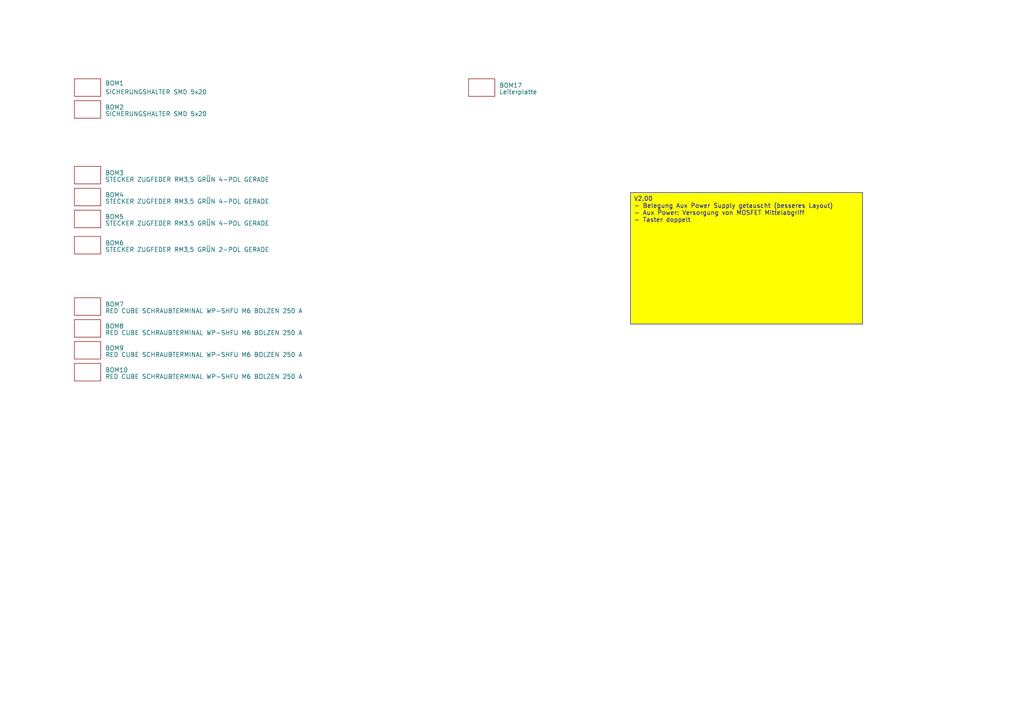
<source format=kicad_sch>
(kicad_sch
	(version 20250114)
	(generator "eeschema")
	(generator_version "9.0")
	(uuid "d2a2d163-13e4-4f1d-aa3d-79667ae6d2fb")
	(paper "A4")
	(lib_symbols
		(symbol "myBOM_Part:BOM-Part"
			(pin_numbers
				(hide yes)
			)
			(pin_names
				(offset 0)
				(hide yes)
			)
			(exclude_from_sim no)
			(in_bom yes)
			(on_board no)
			(property "Reference" "BOM"
				(at 0 0 0)
				(effects
					(font
						(size 1.27 1.27)
					)
				)
			)
			(property "Value" ""
				(at 0 0 0)
				(effects
					(font
						(size 1.27 1.27)
					)
				)
			)
			(property "Footprint" "myDummy:BOM-Dummy"
				(at 0 0 0)
				(effects
					(font
						(size 1.27 1.27)
					)
					(hide yes)
				)
			)
			(property "Datasheet" ""
				(at 0 0 0)
				(effects
					(font
						(size 1.27 1.27)
					)
					(hide yes)
				)
			)
			(property "Description" ""
				(at 0 0 0)
				(effects
					(font
						(size 1.27 1.27)
					)
					(hide yes)
				)
			)
			(symbol "BOM-Part_0_1"
				(rectangle
					(start -3.81 2.54)
					(end 3.81 -2.54)
					(stroke
						(width 0)
						(type default)
					)
					(fill
						(type none)
					)
				)
			)
			(embedded_fonts no)
		)
	)
	(text_box "V2.00\n- Belegung Aux Power Supply getauscht (besseres Layout)\n- Aux Power: Versorgung von MOSFET Mittelabgriff\n- Taster doppelt\n"
		(exclude_from_sim no)
		(at 182.88 55.88 0)
		(size 67.31 38.1)
		(margins 0.9525 0.9525 0.9525 0.9525)
		(stroke
			(width 0)
			(type solid)
		)
		(fill
			(type color)
			(color 255 255 0 1)
		)
		(effects
			(font
				(size 1.27 1.27)
			)
			(justify left top)
		)
		(uuid "24112d1c-5aa9-49ef-988a-13f18db7bec7")
	)
	(symbol
		(lib_id "myBOM_Part:BOM-Part")
		(at 25.4 101.6 0)
		(unit 1)
		(exclude_from_sim no)
		(in_bom yes)
		(on_board yes)
		(dnp no)
		(fields_autoplaced yes)
		(uuid "1b6df1ec-0485-4b7d-a5ee-514894bd27bb")
		(property "Reference" "BOM9"
			(at 30.48 100.9649 0)
			(effects
				(font
					(size 1.27 1.27)
				)
				(justify left)
			)
		)
		(property "Value" "RED CUBE SCHRAUBTERMINAL WP-SHFU M6 BOLZEN 250 A"
			(at 30.48 102.87 0)
			(effects
				(font
					(size 1.27 1.27)
				)
				(justify left)
			)
		)
		(property "Footprint" "myBOM:BOM_PART_2x2mm"
			(at 25.4 101.6 0)
			(effects
				(font
					(size 1.27 1.27)
				)
				(hide yes)
			)
		)
		(property "Datasheet" ""
			(at 25.4 101.6 0)
			(effects
				(font
					(size 1.27 1.27)
				)
				(hide yes)
			)
		)
		(property "Description" "RED CUBE SCHRAUBTERMINAL WP-SHFU M6 BOLZEN 250 A"
			(at 25.4 101.6 0)
			(effects
				(font
					(size 1.27 1.27)
				)
				(hide yes)
			)
		)
		(property "ECS Art#" "CON521"
			(at 25.4 101.6 0)
			(effects
				(font
					(size 1.27 1.27)
				)
				(hide yes)
			)
		)
		(property "HAN" "7461098"
			(at 25.4 101.6 0)
			(effects
				(font
					(size 1.27 1.27)
				)
				(hide yes)
			)
		)
		(property "Voltage" ""
			(at 25.4 101.6 0)
			(effects
				(font
					(size 1.27 1.27)
				)
				(hide yes)
			)
		)
		(property "Toleranz" ""
			(at 25.4 101.6 0)
			(effects
				(font
					(size 1.27 1.27)
				)
				(hide yes)
			)
		)
		(property "Hersteller" "Würth"
			(at 25.4 101.6 0)
			(effects
				(font
					(size 1.27 1.27)
				)
				(hide yes)
			)
		)
		(instances
			(project "smartPro"
				(path "/bf1f8167-8e29-49cc-a467-dd9cc2c77246/4875905e-d35e-4049-a6aa-c7869d81fd32"
					(reference "BOM9")
					(unit 1)
				)
			)
		)
	)
	(symbol
		(lib_id "myBOM_Part:BOM-Part")
		(at 25.4 107.95 0)
		(unit 1)
		(exclude_from_sim no)
		(in_bom yes)
		(on_board yes)
		(dnp no)
		(fields_autoplaced yes)
		(uuid "33ba4f5c-fa84-45f2-bf01-aade6a0ebfe8")
		(property "Reference" "BOM10"
			(at 30.48 107.3149 0)
			(effects
				(font
					(size 1.27 1.27)
				)
				(justify left)
			)
		)
		(property "Value" "RED CUBE SCHRAUBTERMINAL WP-SHFU M6 BOLZEN 250 A"
			(at 30.48 109.22 0)
			(effects
				(font
					(size 1.27 1.27)
				)
				(justify left)
			)
		)
		(property "Footprint" "myBOM:BOM_PART_2x2mm"
			(at 25.4 107.95 0)
			(effects
				(font
					(size 1.27 1.27)
				)
				(hide yes)
			)
		)
		(property "Datasheet" ""
			(at 25.4 107.95 0)
			(effects
				(font
					(size 1.27 1.27)
				)
				(hide yes)
			)
		)
		(property "Description" "RED CUBE SCHRAUBTERMINAL WP-SHFU M6 BOLZEN 250 A"
			(at 25.4 107.95 0)
			(effects
				(font
					(size 1.27 1.27)
				)
				(hide yes)
			)
		)
		(property "ECS Art#" "CON521"
			(at 25.4 107.95 0)
			(effects
				(font
					(size 1.27 1.27)
				)
				(hide yes)
			)
		)
		(property "HAN" "7461098"
			(at 25.4 107.95 0)
			(effects
				(font
					(size 1.27 1.27)
				)
				(hide yes)
			)
		)
		(property "Voltage" ""
			(at 25.4 107.95 0)
			(effects
				(font
					(size 1.27 1.27)
				)
				(hide yes)
			)
		)
		(property "Toleranz" ""
			(at 25.4 107.95 0)
			(effects
				(font
					(size 1.27 1.27)
				)
				(hide yes)
			)
		)
		(property "Hersteller" "Würth"
			(at 25.4 107.95 0)
			(effects
				(font
					(size 1.27 1.27)
				)
				(hide yes)
			)
		)
		(instances
			(project "smartPro"
				(path "/bf1f8167-8e29-49cc-a467-dd9cc2c77246/4875905e-d35e-4049-a6aa-c7869d81fd32"
					(reference "BOM10")
					(unit 1)
				)
			)
		)
	)
	(symbol
		(lib_id "myBOM_Part:BOM-Part")
		(at 25.4 95.25 0)
		(unit 1)
		(exclude_from_sim no)
		(in_bom yes)
		(on_board yes)
		(dnp no)
		(fields_autoplaced yes)
		(uuid "3af4fbd4-d40e-452c-9e32-001077c1c6aa")
		(property "Reference" "BOM8"
			(at 30.48 94.6149 0)
			(effects
				(font
					(size 1.27 1.27)
				)
				(justify left)
			)
		)
		(property "Value" "RED CUBE SCHRAUBTERMINAL WP-SHFU M6 BOLZEN 250 A"
			(at 30.48 96.52 0)
			(effects
				(font
					(size 1.27 1.27)
				)
				(justify left)
			)
		)
		(property "Footprint" "myBOM:BOM_PART_2x2mm"
			(at 25.4 95.25 0)
			(effects
				(font
					(size 1.27 1.27)
				)
				(hide yes)
			)
		)
		(property "Datasheet" ""
			(at 25.4 95.25 0)
			(effects
				(font
					(size 1.27 1.27)
				)
				(hide yes)
			)
		)
		(property "Description" "RED CUBE SCHRAUBTERMINAL WP-SHFU M6 BOLZEN 250 A"
			(at 25.4 95.25 0)
			(effects
				(font
					(size 1.27 1.27)
				)
				(hide yes)
			)
		)
		(property "ECS Art#" "CON521"
			(at 25.4 95.25 0)
			(effects
				(font
					(size 1.27 1.27)
				)
				(hide yes)
			)
		)
		(property "HAN" "7461098"
			(at 25.4 95.25 0)
			(effects
				(font
					(size 1.27 1.27)
				)
				(hide yes)
			)
		)
		(property "Voltage" ""
			(at 25.4 95.25 0)
			(effects
				(font
					(size 1.27 1.27)
				)
				(hide yes)
			)
		)
		(property "Toleranz" ""
			(at 25.4 95.25 0)
			(effects
				(font
					(size 1.27 1.27)
				)
				(hide yes)
			)
		)
		(property "Hersteller" "Würth"
			(at 25.4 95.25 0)
			(effects
				(font
					(size 1.27 1.27)
				)
				(hide yes)
			)
		)
		(instances
			(project "smartPro"
				(path "/bf1f8167-8e29-49cc-a467-dd9cc2c77246/4875905e-d35e-4049-a6aa-c7869d81fd32"
					(reference "BOM8")
					(unit 1)
				)
			)
		)
	)
	(symbol
		(lib_id "myBOM_Part:BOM-Part")
		(at 25.4 50.8 0)
		(unit 1)
		(exclude_from_sim no)
		(in_bom yes)
		(on_board yes)
		(dnp no)
		(fields_autoplaced yes)
		(uuid "3b1edae6-9a49-468b-9575-917881cfa914")
		(property "Reference" "BOM3"
			(at 30.48 50.1649 0)
			(effects
				(font
					(size 1.27 1.27)
				)
				(justify left)
			)
		)
		(property "Value" "STECKER ZUGFEDER RM3,5 GRÜN 4-POL GERADE"
			(at 30.48 52.07 0)
			(effects
				(font
					(size 1.27 1.27)
				)
				(justify left)
			)
		)
		(property "Footprint" "myBOM:BOM_PART_2x2mm"
			(at 25.4 50.8 0)
			(effects
				(font
					(size 1.27 1.27)
				)
				(hide yes)
			)
		)
		(property "Datasheet" "https://www.lcsc.com/datasheet/lcsc_datasheet_2111222030_Cixi-Kefa-Elec-KF2EDGKN-3-5-4P_C2923001.pdf"
			(at 25.4 50.8 0)
			(effects
				(font
					(size 1.27 1.27)
				)
				(hide yes)
			)
		)
		(property "Description" "STECKER ZUGFEDER RM3,5 GRÜN 4-POL GERADE"
			(at 25.4 50.8 0)
			(effects
				(font
					(size 1.27 1.27)
				)
				(hide yes)
			)
		)
		(property "ECS Art#" "CON592"
			(at 25.4 50.8 0)
			(effects
				(font
					(size 1.27 1.27)
				)
				(hide yes)
			)
		)
		(property "HAN" "KF2EDGKN-3.5-4P"
			(at 25.4 50.8 0)
			(effects
				(font
					(size 1.27 1.27)
				)
				(hide yes)
			)
		)
		(property "Voltage" ""
			(at 25.4 50.8 0)
			(effects
				(font
					(size 1.27 1.27)
				)
				(hide yes)
			)
		)
		(property "Toleranz" ""
			(at 25.4 50.8 0)
			(effects
				(font
					(size 1.27 1.27)
				)
				(hide yes)
			)
		)
		(property "Hersteller" "Cici"
			(at 25.4 50.8 0)
			(effects
				(font
					(size 1.27 1.27)
				)
				(hide yes)
			)
		)
		(instances
			(project "greenSmartSwitch"
				(path "/bf1f8167-8e29-49cc-a467-dd9cc2c77246/4875905e-d35e-4049-a6aa-c7869d81fd32"
					(reference "BOM3")
					(unit 1)
				)
			)
		)
	)
	(symbol
		(lib_id "myBOM_Part:BOM-Part")
		(at 139.7 25.4 0)
		(unit 1)
		(exclude_from_sim no)
		(in_bom yes)
		(on_board yes)
		(dnp no)
		(fields_autoplaced yes)
		(uuid "4b9b21af-a34a-4336-aa7c-8aa0c8a915e5")
		(property "Reference" "BOM17"
			(at 144.78 24.7649 0)
			(effects
				(font
					(size 1.27 1.27)
				)
				(justify left)
			)
		)
		(property "Value" "Leiterplatte"
			(at 144.78 26.67 0)
			(effects
				(font
					(size 1.27 1.27)
				)
				(justify left)
			)
		)
		(property "Footprint" "myBOM:BOM_PART_2x2mm"
			(at 139.7 25.4 0)
			(effects
				(font
					(size 1.27 1.27)
				)
				(hide yes)
			)
		)
		(property "Datasheet" ""
			(at 139.7 25.4 0)
			(effects
				(font
					(size 1.27 1.27)
				)
				(hide yes)
			)
		)
		(property "Description" "ECS_SMART_PRO_209_LP"
			(at 139.7 25.4 0)
			(effects
				(font
					(size 1.27 1.27)
				)
				(hide yes)
			)
		)
		(property "ECS Art#" "PT097"
			(at 139.7 25.4 0)
			(effects
				(font
					(size 1.27 1.27)
				)
				(hide yes)
			)
		)
		(property "HAN" ""
			(at 139.7 25.4 0)
			(effects
				(font
					(size 1.27 1.27)
				)
				(hide yes)
			)
		)
		(property "Voltage" ""
			(at 139.7 25.4 0)
			(effects
				(font
					(size 1.27 1.27)
				)
				(hide yes)
			)
		)
		(property "Toleranz" ""
			(at 139.7 25.4 0)
			(effects
				(font
					(size 1.27 1.27)
				)
				(hide yes)
			)
		)
		(property "Hersteller" ""
			(at 139.7 25.4 0)
			(effects
				(font
					(size 1.27 1.27)
				)
				(hide yes)
			)
		)
		(instances
			(project "greenSmartSwitch"
				(path "/bf1f8167-8e29-49cc-a467-dd9cc2c77246/4875905e-d35e-4049-a6aa-c7869d81fd32"
					(reference "BOM17")
					(unit 1)
				)
			)
		)
	)
	(symbol
		(lib_id "myBOM_Part:BOM-Part")
		(at 25.4 88.9 0)
		(unit 1)
		(exclude_from_sim no)
		(in_bom yes)
		(on_board yes)
		(dnp no)
		(fields_autoplaced yes)
		(uuid "5f0ba118-cb7e-46a6-9e22-451927bb40a6")
		(property "Reference" "BOM7"
			(at 30.48 88.2649 0)
			(effects
				(font
					(size 1.27 1.27)
				)
				(justify left)
			)
		)
		(property "Value" "RED CUBE SCHRAUBTERMINAL WP-SHFU M6 BOLZEN 250 A"
			(at 30.48 90.17 0)
			(effects
				(font
					(size 1.27 1.27)
				)
				(justify left)
			)
		)
		(property "Footprint" "myBOM:BOM_PART_2x2mm"
			(at 25.4 88.9 0)
			(effects
				(font
					(size 1.27 1.27)
				)
				(hide yes)
			)
		)
		(property "Datasheet" ""
			(at 25.4 88.9 0)
			(effects
				(font
					(size 1.27 1.27)
				)
				(hide yes)
			)
		)
		(property "Description" "RED CUBE SCHRAUBTERMINAL WP-SHFU M6 BOLZEN 250 A"
			(at 25.4 88.9 0)
			(effects
				(font
					(size 1.27 1.27)
				)
				(hide yes)
			)
		)
		(property "ECS Art#" "CON521"
			(at 25.4 88.9 0)
			(effects
				(font
					(size 1.27 1.27)
				)
				(hide yes)
			)
		)
		(property "HAN" "7461098"
			(at 25.4 88.9 0)
			(effects
				(font
					(size 1.27 1.27)
				)
				(hide yes)
			)
		)
		(property "Voltage" ""
			(at 25.4 88.9 0)
			(effects
				(font
					(size 1.27 1.27)
				)
				(hide yes)
			)
		)
		(property "Toleranz" ""
			(at 25.4 88.9 0)
			(effects
				(font
					(size 1.27 1.27)
				)
				(hide yes)
			)
		)
		(property "Hersteller" "Würth"
			(at 25.4 88.9 0)
			(effects
				(font
					(size 1.27 1.27)
				)
				(hide yes)
			)
		)
		(instances
			(project "smartPro"
				(path "/bf1f8167-8e29-49cc-a467-dd9cc2c77246/4875905e-d35e-4049-a6aa-c7869d81fd32"
					(reference "BOM7")
					(unit 1)
				)
			)
		)
	)
	(symbol
		(lib_id "myBOM_Part:BOM-Part")
		(at 25.4 31.75 0)
		(unit 1)
		(exclude_from_sim no)
		(in_bom yes)
		(on_board yes)
		(dnp no)
		(fields_autoplaced yes)
		(uuid "9a77df8c-b0c0-4ce7-a108-fd8d16d413f3")
		(property "Reference" "BOM2"
			(at 30.48 31.1149 0)
			(effects
				(font
					(size 1.27 1.27)
				)
				(justify left)
			)
		)
		(property "Value" "SICHERUNGSHALTER SMD 5x20"
			(at 30.48 33.02 0)
			(effects
				(font
					(size 1.27 1.27)
				)
				(justify left)
			)
		)
		(property "Footprint" "myBOM:BOM_PART_2x2mm"
			(at 25.4 31.75 0)
			(effects
				(font
					(size 1.27 1.27)
				)
				(hide yes)
			)
		)
		(property "Datasheet" "https://shopapi.schukat.com/medias/typ-OGN.pdf?context=bWFzdGVyfHBpbWFzc2V0c3w1MDMzMzZ8YXBwbGljYXRpb24vcGRmfGFEYzBMMmhrTWk4eE1EUTNOVFEzTXpRek5qY3dNaTkwZVhCZlQwZE9MbkJrWmd8Mjg4NGY1YzRmZWU5YjM2YzY0MWZmYmZlYmEzOTNkZjk5YzQyYTRmOWZkOWZjZDBiNjZkMmZiM2QzMWY3ODhiNQ&_gl=1*1v30h1u*_gcl_au*NDkwMDc0NzYyLjE3MzU3MjkyODQ."
			(at 25.4 31.75 0)
			(effects
				(font
					(size 1.27 1.27)
				)
				(hide yes)
			)
		)
		(property "Description" ""
			(at 25.4 31.75 0)
			(effects
				(font
					(size 1.27 1.27)
				)
				(hide yes)
			)
		)
		(property "ECS Art#" "EM469"
			(at 25.4 31.75 0)
			(effects
				(font
					(size 1.27 1.27)
				)
				(hide yes)
			)
		)
		(property "HAN" "0031.8221"
			(at 25.4 31.75 0)
			(effects
				(font
					(size 1.27 1.27)
				)
				(hide yes)
			)
		)
		(property "Voltage" ""
			(at 25.4 31.75 0)
			(effects
				(font
					(size 1.27 1.27)
				)
				(hide yes)
			)
		)
		(property "Toleranz" ""
			(at 25.4 31.75 0)
			(effects
				(font
					(size 1.27 1.27)
				)
				(hide yes)
			)
		)
		(property "Hersteller" "Schurter"
			(at 25.4 31.75 0)
			(effects
				(font
					(size 1.27 1.27)
				)
				(hide yes)
			)
		)
		(instances
			(project "greenSmartSwitch"
				(path "/bf1f8167-8e29-49cc-a467-dd9cc2c77246/4875905e-d35e-4049-a6aa-c7869d81fd32"
					(reference "BOM2")
					(unit 1)
				)
			)
		)
	)
	(symbol
		(lib_id "myBOM_Part:BOM-Part")
		(at 25.4 57.15 0)
		(unit 1)
		(exclude_from_sim no)
		(in_bom yes)
		(on_board yes)
		(dnp no)
		(fields_autoplaced yes)
		(uuid "b9323593-7eaa-4655-b02b-2825538f14c1")
		(property "Reference" "BOM4"
			(at 30.48 56.5149 0)
			(effects
				(font
					(size 1.27 1.27)
				)
				(justify left)
			)
		)
		(property "Value" "STECKER ZUGFEDER RM3,5 GRÜN 4-POL GERADE"
			(at 30.48 58.42 0)
			(effects
				(font
					(size 1.27 1.27)
				)
				(justify left)
			)
		)
		(property "Footprint" "myBOM:BOM_PART_2x2mm"
			(at 25.4 57.15 0)
			(effects
				(font
					(size 1.27 1.27)
				)
				(hide yes)
			)
		)
		(property "Datasheet" "https://www.lcsc.com/datasheet/lcsc_datasheet_2111222030_Cixi-Kefa-Elec-KF2EDGKN-3-5-4P_C2923001.pdf"
			(at 25.4 57.15 0)
			(effects
				(font
					(size 1.27 1.27)
				)
				(hide yes)
			)
		)
		(property "Description" "STECKER ZUGFEDER RM3,5 GRÜN 4-POL GERADE"
			(at 25.4 57.15 0)
			(effects
				(font
					(size 1.27 1.27)
				)
				(hide yes)
			)
		)
		(property "ECS Art#" "CON592"
			(at 25.4 57.15 0)
			(effects
				(font
					(size 1.27 1.27)
				)
				(hide yes)
			)
		)
		(property "HAN" "KF2EDGKN-3.5-4P"
			(at 25.4 57.15 0)
			(effects
				(font
					(size 1.27 1.27)
				)
				(hide yes)
			)
		)
		(property "Voltage" ""
			(at 25.4 57.15 0)
			(effects
				(font
					(size 1.27 1.27)
				)
				(hide yes)
			)
		)
		(property "Toleranz" ""
			(at 25.4 57.15 0)
			(effects
				(font
					(size 1.27 1.27)
				)
				(hide yes)
			)
		)
		(property "Hersteller" "Cici"
			(at 25.4 57.15 0)
			(effects
				(font
					(size 1.27 1.27)
				)
				(hide yes)
			)
		)
		(instances
			(project "greenSmartSwitch"
				(path "/bf1f8167-8e29-49cc-a467-dd9cc2c77246/4875905e-d35e-4049-a6aa-c7869d81fd32"
					(reference "BOM4")
					(unit 1)
				)
			)
		)
	)
	(symbol
		(lib_id "myBOM_Part:BOM-Part")
		(at 25.4 63.5 0)
		(unit 1)
		(exclude_from_sim no)
		(in_bom yes)
		(on_board yes)
		(dnp no)
		(fields_autoplaced yes)
		(uuid "de01e9d5-c9c5-4266-ae28-85fc98121fa8")
		(property "Reference" "BOM5"
			(at 30.48 62.8649 0)
			(effects
				(font
					(size 1.27 1.27)
				)
				(justify left)
			)
		)
		(property "Value" "STECKER ZUGFEDER RM3,5 GRÜN 4-POL GERADE"
			(at 30.48 64.77 0)
			(effects
				(font
					(size 1.27 1.27)
				)
				(justify left)
			)
		)
		(property "Footprint" "myBOM:BOM_PART_2x2mm"
			(at 25.4 63.5 0)
			(effects
				(font
					(size 1.27 1.27)
				)
				(hide yes)
			)
		)
		(property "Datasheet" "https://www.lcsc.com/datasheet/lcsc_datasheet_2111222030_Cixi-Kefa-Elec-KF2EDGKN-3-5-4P_C2923001.pdf"
			(at 25.4 63.5 0)
			(effects
				(font
					(size 1.27 1.27)
				)
				(hide yes)
			)
		)
		(property "Description" "STECKER ZUGFEDER RM3,5 GRÜN 4-POL GERADE"
			(at 25.4 63.5 0)
			(effects
				(font
					(size 1.27 1.27)
				)
				(hide yes)
			)
		)
		(property "ECS Art#" "CON592"
			(at 25.4 63.5 0)
			(effects
				(font
					(size 1.27 1.27)
				)
				(hide yes)
			)
		)
		(property "HAN" "KF2EDGKN-3.5-4P"
			(at 25.4 63.5 0)
			(effects
				(font
					(size 1.27 1.27)
				)
				(hide yes)
			)
		)
		(property "Voltage" ""
			(at 25.4 63.5 0)
			(effects
				(font
					(size 1.27 1.27)
				)
				(hide yes)
			)
		)
		(property "Toleranz" ""
			(at 25.4 63.5 0)
			(effects
				(font
					(size 1.27 1.27)
				)
				(hide yes)
			)
		)
		(property "Hersteller" "Cici"
			(at 25.4 63.5 0)
			(effects
				(font
					(size 1.27 1.27)
				)
				(hide yes)
			)
		)
		(instances
			(project "greenSmartSwitch"
				(path "/bf1f8167-8e29-49cc-a467-dd9cc2c77246/4875905e-d35e-4049-a6aa-c7869d81fd32"
					(reference "BOM5")
					(unit 1)
				)
			)
		)
	)
	(symbol
		(lib_id "myBOM_Part:BOM-Part")
		(at 25.4 25.4 180)
		(unit 1)
		(exclude_from_sim no)
		(in_bom yes)
		(on_board yes)
		(dnp no)
		(fields_autoplaced yes)
		(uuid "e64363a9-72c2-4668-ae9d-e85af351ba12")
		(property "Reference" "BOM1"
			(at 30.48 24.1299 0)
			(effects
				(font
					(size 1.27 1.27)
				)
				(justify right)
			)
		)
		(property "Value" "SICHERUNGSHALTER SMD 5x20"
			(at 30.48 26.6699 0)
			(effects
				(font
					(size 1.27 1.27)
				)
				(justify right)
			)
		)
		(property "Footprint" "myBOM:BOM_PART_2x2mm"
			(at 25.4 25.4 0)
			(effects
				(font
					(size 1.27 1.27)
				)
				(hide yes)
			)
		)
		(property "Datasheet" "https://shopapi.schukat.com/medias/typ-OGN.pdf?context=bWFzdGVyfHBpbWFzc2V0c3w1MDMzMzZ8YXBwbGljYXRpb24vcGRmfGFEYzBMMmhrTWk4eE1EUTNOVFEzTXpRek5qY3dNaTkwZVhCZlQwZE9MbkJrWmd8Mjg4NGY1YzRmZWU5YjM2YzY0MWZmYmZlYmEzOTNkZjk5YzQyYTRmOWZkOWZjZDBiNjZkMmZiM2QzMWY3ODhiNQ&_gl=1*1v30h1u*_gcl_au*NDkwMDc0NzYyLjE3MzU3MjkyODQ."
			(at 25.4 25.4 0)
			(effects
				(font
					(size 1.27 1.27)
				)
				(hide yes)
			)
		)
		(property "Description" ""
			(at 25.4 25.4 0)
			(effects
				(font
					(size 1.27 1.27)
				)
				(hide yes)
			)
		)
		(property "ECS Art#" "EM469"
			(at 25.4 25.4 0)
			(effects
				(font
					(size 1.27 1.27)
				)
				(hide yes)
			)
		)
		(property "HAN" "0031.8221"
			(at 25.4 25.4 0)
			(effects
				(font
					(size 1.27 1.27)
				)
				(hide yes)
			)
		)
		(property "Voltage" ""
			(at 25.4 25.4 0)
			(effects
				(font
					(size 1.27 1.27)
				)
				(hide yes)
			)
		)
		(property "Toleranz" ""
			(at 25.4 25.4 0)
			(effects
				(font
					(size 1.27 1.27)
				)
				(hide yes)
			)
		)
		(property "Hersteller" "Schurter"
			(at 25.4 25.4 0)
			(effects
				(font
					(size 1.27 1.27)
				)
				(hide yes)
			)
		)
		(instances
			(project ""
				(path "/bf1f8167-8e29-49cc-a467-dd9cc2c77246/4875905e-d35e-4049-a6aa-c7869d81fd32"
					(reference "BOM1")
					(unit 1)
				)
			)
		)
	)
	(symbol
		(lib_id "myBOM_Part:BOM-Part")
		(at 25.4 71.12 0)
		(unit 1)
		(exclude_from_sim no)
		(in_bom yes)
		(on_board yes)
		(dnp no)
		(fields_autoplaced yes)
		(uuid "fdfa8543-b973-4844-9972-e1f09a394bdc")
		(property "Reference" "BOM6"
			(at 30.48 70.4849 0)
			(effects
				(font
					(size 1.27 1.27)
				)
				(justify left)
			)
		)
		(property "Value" "STECKER ZUGFEDER RM3,5 GRÜN 2-POL GERADE"
			(at 30.48 72.39 0)
			(effects
				(font
					(size 1.27 1.27)
				)
				(justify left)
			)
		)
		(property "Footprint" "myBOM:BOM_PART_2x2mm"
			(at 25.4 71.12 0)
			(effects
				(font
					(size 1.27 1.27)
				)
				(hide yes)
			)
		)
		(property "Datasheet" "https://www.lcsc.com/datasheet/lcsc_datasheet_2111222030_Cixi-Kefa-Elec-KF2EDGKN-3-5-2P_C2922999.pdf"
			(at 25.4 71.12 0)
			(effects
				(font
					(size 1.27 1.27)
				)
				(hide yes)
			)
		)
		(property "Description" "STECKER ZUGFEDER RM3,5 GRÜN 2-POL GERADE"
			(at 25.4 71.12 0)
			(effects
				(font
					(size 1.27 1.27)
				)
				(hide yes)
			)
		)
		(property "ECS Art#" "CON181"
			(at 25.4 71.12 0)
			(effects
				(font
					(size 1.27 1.27)
				)
				(hide yes)
			)
		)
		(property "HAN" "KF2EDGKN-3.5-2P"
			(at 25.4 71.12 0)
			(effects
				(font
					(size 1.27 1.27)
				)
				(hide yes)
			)
		)
		(property "Voltage" ""
			(at 25.4 71.12 0)
			(effects
				(font
					(size 1.27 1.27)
				)
				(hide yes)
			)
		)
		(property "Toleranz" ""
			(at 25.4 71.12 0)
			(effects
				(font
					(size 1.27 1.27)
				)
				(hide yes)
			)
		)
		(property "Hersteller" "Cici"
			(at 25.4 71.12 0)
			(effects
				(font
					(size 1.27 1.27)
				)
				(hide yes)
			)
		)
		(instances
			(project "greenSmartSwitch"
				(path "/bf1f8167-8e29-49cc-a467-dd9cc2c77246/4875905e-d35e-4049-a6aa-c7869d81fd32"
					(reference "BOM6")
					(unit 1)
				)
			)
		)
	)
)

</source>
